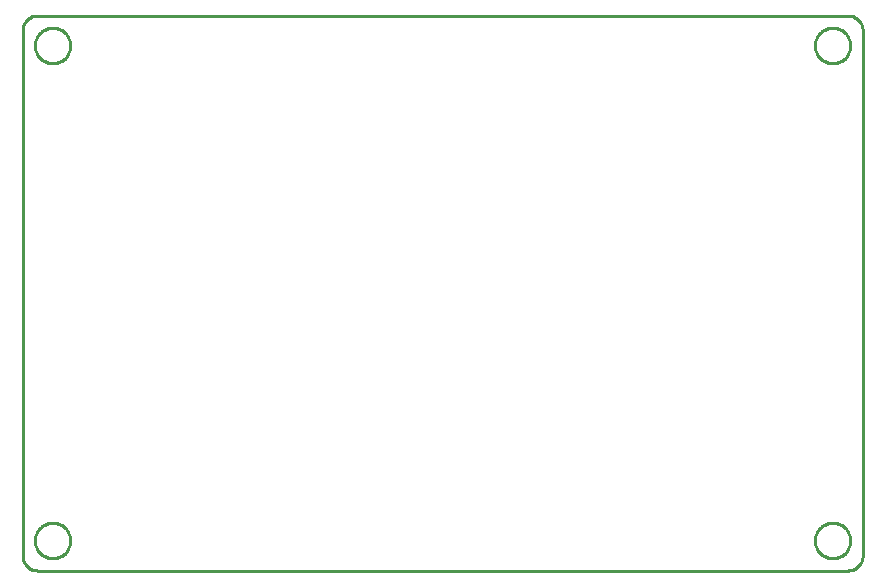
<source format=gbr>
G04 EAGLE Gerber RS-274X export*
G75*
%MOMM*%
%FSLAX34Y34*%
%LPD*%
%IN*%
%IPPOS*%
%AMOC8*
5,1,8,0,0,1.08239X$1,22.5*%
G01*
%ADD10C,0.254000*%


D10*
X6350Y6350D02*
X6398Y5243D01*
X6543Y4145D01*
X6783Y3063D01*
X7116Y2006D01*
X7540Y983D01*
X8051Y0D01*
X8647Y-934D01*
X9321Y-1813D01*
X10070Y-2630D01*
X10887Y-3379D01*
X11766Y-4053D01*
X12700Y-4649D01*
X13683Y-5160D01*
X14706Y-5584D01*
X15763Y-5917D01*
X16845Y-6157D01*
X17943Y-6302D01*
X19050Y-6350D01*
X704850Y-6350D01*
X705957Y-6302D01*
X707055Y-6157D01*
X708137Y-5917D01*
X709194Y-5584D01*
X710217Y-5160D01*
X711200Y-4649D01*
X712134Y-4053D01*
X713013Y-3379D01*
X713830Y-2630D01*
X714579Y-1813D01*
X715253Y-934D01*
X715849Y0D01*
X716360Y983D01*
X716784Y2006D01*
X717117Y3063D01*
X717357Y4145D01*
X717502Y5243D01*
X717550Y6350D01*
X717550Y450850D01*
X717502Y451957D01*
X717357Y453055D01*
X717117Y454137D01*
X716784Y455194D01*
X716360Y456217D01*
X715849Y457200D01*
X715253Y458134D01*
X714579Y459013D01*
X713830Y459830D01*
X713013Y460579D01*
X712134Y461253D01*
X711200Y461849D01*
X710217Y462360D01*
X709194Y462784D01*
X708137Y463117D01*
X707055Y463357D01*
X705957Y463502D01*
X704850Y463550D01*
X19050Y463550D01*
X17943Y463502D01*
X16845Y463357D01*
X15763Y463117D01*
X14706Y462784D01*
X13683Y462360D01*
X12700Y461849D01*
X11766Y461253D01*
X10887Y460579D01*
X10070Y459830D01*
X9321Y459013D01*
X8647Y458134D01*
X8051Y457200D01*
X7540Y456217D01*
X7116Y455194D01*
X6783Y454137D01*
X6543Y453055D01*
X6398Y451957D01*
X6350Y450850D01*
X6350Y6350D01*
X46736Y437615D02*
X46660Y436547D01*
X46507Y435488D01*
X46280Y434442D01*
X45978Y433414D01*
X45604Y432411D01*
X45159Y431438D01*
X44646Y430498D01*
X44068Y429598D01*
X43426Y428741D01*
X42725Y427932D01*
X41968Y427175D01*
X41159Y426474D01*
X40302Y425832D01*
X39402Y425254D01*
X38462Y424741D01*
X37489Y424296D01*
X36486Y423922D01*
X35459Y423620D01*
X34413Y423393D01*
X33353Y423240D01*
X32285Y423164D01*
X31215Y423164D01*
X30147Y423240D01*
X29088Y423393D01*
X28042Y423620D01*
X27014Y423922D01*
X26011Y424296D01*
X25038Y424741D01*
X24098Y425254D01*
X23198Y425832D01*
X22341Y426474D01*
X21532Y427175D01*
X20775Y427932D01*
X20074Y428741D01*
X19432Y429598D01*
X18854Y430498D01*
X18341Y431438D01*
X17896Y432411D01*
X17522Y433414D01*
X17220Y434442D01*
X16993Y435488D01*
X16840Y436547D01*
X16764Y437615D01*
X16764Y438685D01*
X16840Y439753D01*
X16993Y440813D01*
X17220Y441859D01*
X17522Y442886D01*
X17896Y443889D01*
X18341Y444862D01*
X18854Y445802D01*
X19432Y446702D01*
X20074Y447559D01*
X20775Y448368D01*
X21532Y449125D01*
X22341Y449826D01*
X23198Y450468D01*
X24098Y451046D01*
X25038Y451559D01*
X26011Y452004D01*
X27014Y452378D01*
X28042Y452680D01*
X29088Y452907D01*
X30147Y453060D01*
X31215Y453136D01*
X32285Y453136D01*
X33353Y453060D01*
X34413Y452907D01*
X35459Y452680D01*
X36486Y452378D01*
X37489Y452004D01*
X38462Y451559D01*
X39402Y451046D01*
X40302Y450468D01*
X41159Y449826D01*
X41968Y449125D01*
X42725Y448368D01*
X43426Y447559D01*
X44068Y446702D01*
X44646Y445802D01*
X45159Y444862D01*
X45604Y443889D01*
X45978Y442886D01*
X46280Y441859D01*
X46507Y440813D01*
X46660Y439753D01*
X46736Y438685D01*
X46736Y437615D01*
X46736Y18515D02*
X46660Y17447D01*
X46507Y16388D01*
X46280Y15342D01*
X45978Y14314D01*
X45604Y13311D01*
X45159Y12338D01*
X44646Y11398D01*
X44068Y10498D01*
X43426Y9641D01*
X42725Y8832D01*
X41968Y8075D01*
X41159Y7374D01*
X40302Y6732D01*
X39402Y6154D01*
X38462Y5641D01*
X37489Y5196D01*
X36486Y4822D01*
X35459Y4520D01*
X34413Y4293D01*
X33353Y4140D01*
X32285Y4064D01*
X31215Y4064D01*
X30147Y4140D01*
X29088Y4293D01*
X28042Y4520D01*
X27014Y4822D01*
X26011Y5196D01*
X25038Y5641D01*
X24098Y6154D01*
X23198Y6732D01*
X22341Y7374D01*
X21532Y8075D01*
X20775Y8832D01*
X20074Y9641D01*
X19432Y10498D01*
X18854Y11398D01*
X18341Y12338D01*
X17896Y13311D01*
X17522Y14314D01*
X17220Y15342D01*
X16993Y16388D01*
X16840Y17447D01*
X16764Y18515D01*
X16764Y19585D01*
X16840Y20653D01*
X16993Y21713D01*
X17220Y22759D01*
X17522Y23786D01*
X17896Y24789D01*
X18341Y25762D01*
X18854Y26702D01*
X19432Y27602D01*
X20074Y28459D01*
X20775Y29268D01*
X21532Y30025D01*
X22341Y30726D01*
X23198Y31368D01*
X24098Y31946D01*
X25038Y32459D01*
X26011Y32904D01*
X27014Y33278D01*
X28042Y33580D01*
X29088Y33807D01*
X30147Y33960D01*
X31215Y34036D01*
X32285Y34036D01*
X33353Y33960D01*
X34413Y33807D01*
X35459Y33580D01*
X36486Y33278D01*
X37489Y32904D01*
X38462Y32459D01*
X39402Y31946D01*
X40302Y31368D01*
X41159Y30726D01*
X41968Y30025D01*
X42725Y29268D01*
X43426Y28459D01*
X44068Y27602D01*
X44646Y26702D01*
X45159Y25762D01*
X45604Y24789D01*
X45978Y23786D01*
X46280Y22759D01*
X46507Y21713D01*
X46660Y20653D01*
X46736Y19585D01*
X46736Y18515D01*
X707136Y18515D02*
X707060Y17447D01*
X706907Y16388D01*
X706680Y15342D01*
X706378Y14314D01*
X706004Y13311D01*
X705559Y12338D01*
X705046Y11398D01*
X704468Y10498D01*
X703826Y9641D01*
X703125Y8832D01*
X702368Y8075D01*
X701559Y7374D01*
X700702Y6732D01*
X699802Y6154D01*
X698862Y5641D01*
X697889Y5196D01*
X696886Y4822D01*
X695859Y4520D01*
X694813Y4293D01*
X693753Y4140D01*
X692685Y4064D01*
X691615Y4064D01*
X690547Y4140D01*
X689488Y4293D01*
X688442Y4520D01*
X687414Y4822D01*
X686411Y5196D01*
X685438Y5641D01*
X684498Y6154D01*
X683598Y6732D01*
X682741Y7374D01*
X681932Y8075D01*
X681175Y8832D01*
X680474Y9641D01*
X679832Y10498D01*
X679254Y11398D01*
X678741Y12338D01*
X678296Y13311D01*
X677922Y14314D01*
X677620Y15342D01*
X677393Y16388D01*
X677240Y17447D01*
X677164Y18515D01*
X677164Y19585D01*
X677240Y20653D01*
X677393Y21713D01*
X677620Y22759D01*
X677922Y23786D01*
X678296Y24789D01*
X678741Y25762D01*
X679254Y26702D01*
X679832Y27602D01*
X680474Y28459D01*
X681175Y29268D01*
X681932Y30025D01*
X682741Y30726D01*
X683598Y31368D01*
X684498Y31946D01*
X685438Y32459D01*
X686411Y32904D01*
X687414Y33278D01*
X688442Y33580D01*
X689488Y33807D01*
X690547Y33960D01*
X691615Y34036D01*
X692685Y34036D01*
X693753Y33960D01*
X694813Y33807D01*
X695859Y33580D01*
X696886Y33278D01*
X697889Y32904D01*
X698862Y32459D01*
X699802Y31946D01*
X700702Y31368D01*
X701559Y30726D01*
X702368Y30025D01*
X703125Y29268D01*
X703826Y28459D01*
X704468Y27602D01*
X705046Y26702D01*
X705559Y25762D01*
X706004Y24789D01*
X706378Y23786D01*
X706680Y22759D01*
X706907Y21713D01*
X707060Y20653D01*
X707136Y19585D01*
X707136Y18515D01*
X707136Y437615D02*
X707060Y436547D01*
X706907Y435488D01*
X706680Y434442D01*
X706378Y433414D01*
X706004Y432411D01*
X705559Y431438D01*
X705046Y430498D01*
X704468Y429598D01*
X703826Y428741D01*
X703125Y427932D01*
X702368Y427175D01*
X701559Y426474D01*
X700702Y425832D01*
X699802Y425254D01*
X698862Y424741D01*
X697889Y424296D01*
X696886Y423922D01*
X695859Y423620D01*
X694813Y423393D01*
X693753Y423240D01*
X692685Y423164D01*
X691615Y423164D01*
X690547Y423240D01*
X689488Y423393D01*
X688442Y423620D01*
X687414Y423922D01*
X686411Y424296D01*
X685438Y424741D01*
X684498Y425254D01*
X683598Y425832D01*
X682741Y426474D01*
X681932Y427175D01*
X681175Y427932D01*
X680474Y428741D01*
X679832Y429598D01*
X679254Y430498D01*
X678741Y431438D01*
X678296Y432411D01*
X677922Y433414D01*
X677620Y434442D01*
X677393Y435488D01*
X677240Y436547D01*
X677164Y437615D01*
X677164Y438685D01*
X677240Y439753D01*
X677393Y440813D01*
X677620Y441859D01*
X677922Y442886D01*
X678296Y443889D01*
X678741Y444862D01*
X679254Y445802D01*
X679832Y446702D01*
X680474Y447559D01*
X681175Y448368D01*
X681932Y449125D01*
X682741Y449826D01*
X683598Y450468D01*
X684498Y451046D01*
X685438Y451559D01*
X686411Y452004D01*
X687414Y452378D01*
X688442Y452680D01*
X689488Y452907D01*
X690547Y453060D01*
X691615Y453136D01*
X692685Y453136D01*
X693753Y453060D01*
X694813Y452907D01*
X695859Y452680D01*
X696886Y452378D01*
X697889Y452004D01*
X698862Y451559D01*
X699802Y451046D01*
X700702Y450468D01*
X701559Y449826D01*
X702368Y449125D01*
X703125Y448368D01*
X703826Y447559D01*
X704468Y446702D01*
X705046Y445802D01*
X705559Y444862D01*
X706004Y443889D01*
X706378Y442886D01*
X706680Y441859D01*
X706907Y440813D01*
X707060Y439753D01*
X707136Y438685D01*
X707136Y437615D01*
M02*

</source>
